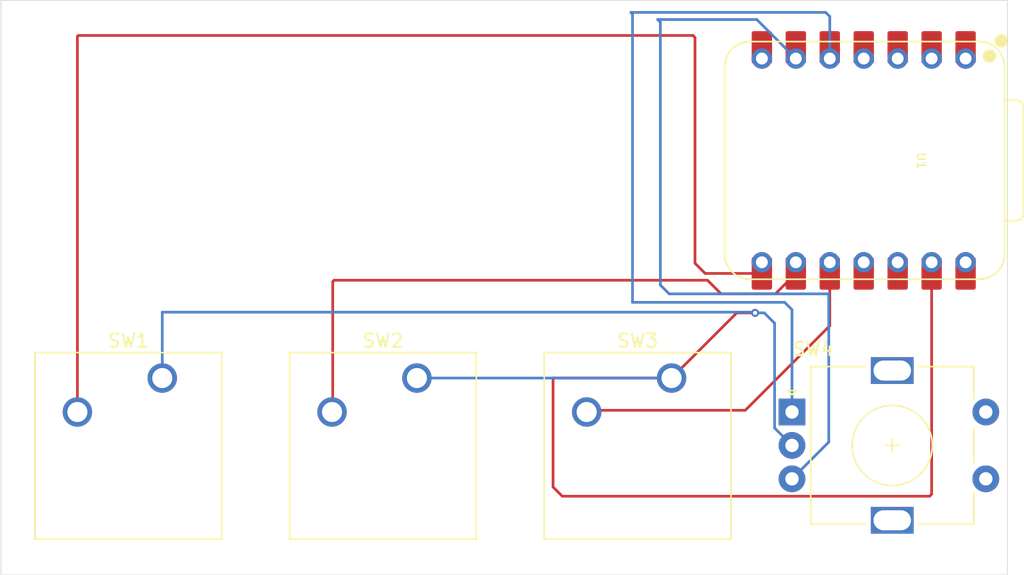
<source format=kicad_pcb>
(kicad_pcb (version 20241229) (generator "pcbnew") (generator_version "9.0")
  (layers (0 "F.Cu" signal) (2 "B.Cu" signal) (13 "F.Paste" user) (15 "B.Paste" user) (5 "F.SilkS" user "F.Silkscreen") (7 "B.SilkS" user "B.Silkscreen") (1 "F.Mask" user) (3 "B.Mask" user) (25 "Edge.Cuts" user))
  (net 0 "")
  (net 1 "+5V")
  (net 3 "GND")
  (net 4 "Net-(U1-GPIO6{slash}SDA)")
  (net 5 "Net-(U1-GPIO7{slash}SCL)")
  (net 6 "Net-(U1-GPIO1{slash}RX)")
  (net 7 "Net-(U1-GPIO2{slash}SCK)")
  (net 8 "Net-(U1-GPIO4{slash}MISO)")
  (footprint "Button_Switch_Keyboard:SW_Cherry_MX_1.00u_PCB" (layer "F.Cu") (at 154.94 99.695)
    (property "Reference" "SW3" (at -2.54 -2.794 0) (layer "F.SilkS"))
    (property "Value" "SW_Push")
    (fp_line (start -9.525 -1.905) (end 4.445 -1.905) (stroke (width 0.12)) (layer "F.SilkS"))
    (fp_line (start -9.525 12.065) (end -9.525 -1.905) (stroke (width 0.12)) (layer "F.SilkS"))
    (fp_line (start 4.445 -1.905) (end 4.445 12.065) (stroke (width 0.12)) (layer "F.SilkS"))
    (fp_line (start 4.445 12.065) (end -9.525 12.065) (stroke (width 0.12)) (layer "F.SilkS"))
    (pad "" np_thru_hole circle (at -7.62 5.08) (size 1.7 1.7) (drill 1.7) (layers "*.Cu" "*.Mask"))
    (pad "" np_thru_hole circle (at -2.54 5.08) (size 4 4) (drill 4) (layers "*.Cu" "*.Mask"))
    (pad "" np_thru_hole circle (at 2.54 5.08) (size 1.7 1.7) (drill 1.7) (layers "*.Cu" "*.Mask"))
    (pad "1" thru_hole circle (at 0 0) (size 2.2 2.2) (drill 1.5) (layers "*.Cu" "*.Mask") (net 3 "GND"))
    (pad "2" thru_hole circle (at -6.35 2.54) (size 2.2 2.2) (drill 1.5) (layers "*.Cu" "*.Mask") (net 8 "Net-(U1-GPIO4{slash}MISO)"))
  )
  (footprint "Rotary_Encoder:RotaryEncoder_Alps_EC11E-Switch_Vertical_H20mm" (layer "F.Cu") (at 163.95 102.235)
    (property "Reference" "SW4" (at 1.58125 -4.7 0) (layer "F.SilkS"))
    (property "Value" "RotaryEncoder")
    (fp_line (start -0.3 -1.6) (end 0.3 -1.6) (stroke (width 0.12)) (layer "F.SilkS"))
    (fp_line (start 0 -1.3) (end -0.3 -1.6) (stroke (width 0.12)) (layer "F.SilkS"))
    (fp_line (start 0.3 -1.6) (end 0 -1.3) (stroke (width 0.12)) (layer "F.SilkS"))
    (fp_line (start 1.4 -3.4) (end 1.4 8.4) (stroke (width 0.12)) (layer "F.SilkS"))
    (fp_line (start 5.5 -3.4) (end 1.4 -3.4) (stroke (width 0.12)) (layer "F.SilkS"))
    (fp_line (start 5.5 8.4) (end 1.4 8.4) (stroke (width 0.12)) (layer "F.SilkS"))
    (fp_line (start 7 2.5) (end 8 2.5) (stroke (width 0.12)) (layer "F.SilkS"))
    (fp_line (start 7.5 2) (end 7.5 3) (stroke (width 0.12)) (layer "F.SilkS"))
    (fp_line (start 9.5 -3.4) (end 13.6 -3.4) (stroke (width 0.12)) (layer "F.SilkS"))
    (fp_line (start 13.6 -3.4) (end 13.6 -1) (stroke (width 0.12)) (layer "F.SilkS"))
    (fp_line (start 13.6 1.2) (end 13.6 3.8) (stroke (width 0.12)) (layer "F.SilkS"))
    (fp_line (start 13.6 6) (end 13.6 8.4) (stroke (width 0.12)) (layer "F.SilkS"))
    (fp_line (start 13.6 8.4) (end 9.5 8.4) (stroke (width 0.12)) (layer "F.SilkS"))
    (fp_circle (center 7.5 2.5) (end 10.5 2.5) (stroke (width 0.12)) (fill no) (layer "F.SilkS"))
    (pad "A" thru_hole rect (at 0 0) (size 2 2) (drill 1) (layers "*.Cu" "*.Mask") (net 4 "Net-(U1-GPIO6{slash}SDA)"))
    (pad "B" thru_hole circle (at 0 5) (size 2 2) (drill 1) (layers "*.Cu" "*.Mask") (net 5 "Net-(U1-GPIO7{slash}SCL)"))
    (pad "C" thru_hole circle (at 0 2.5) (size 2 2) (drill 1) (layers "*.Cu" "*.Mask") (net 3 "GND"))
    (pad "MP" thru_hole rect (at 7.5 -3.1) (size 3.2 2) (drill oval 2.8 1.5) (layers "*.Cu" "*.Mask"))
    (pad "MP" thru_hole rect (at 7.5 8.1) (size 3.2 2) (drill oval 2.8 1.5) (layers "*.Cu" "*.Mask"))
    (pad "S1" thru_hole circle (at 14.5 5) (size 2 2) (drill 1) (layers "*.Cu" "*.Mask"))
    (pad "S2" thru_hole circle (at 14.5 0) (size 2 2) (drill 1) (layers "*.Cu" "*.Mask"))
  )
  (footprint "Button_Switch_Keyboard:SW_Cherry_MX_1.00u_PCB" (layer "F.Cu") (at 116.84 99.695)
    (property "Reference" "SW1" (at -2.54 -2.794 0) (layer "F.SilkS"))
    (property "Value" "SW_Push")
    (fp_line (start -9.525 -1.905) (end 4.445 -1.905) (stroke (width 0.12)) (layer "F.SilkS"))
    (fp_line (start -9.525 12.065) (end -9.525 -1.905) (stroke (width 0.12)) (layer "F.SilkS"))
    (fp_line (start 4.445 -1.905) (end 4.445 12.065) (stroke (width 0.12)) (layer "F.SilkS"))
    (fp_line (start 4.445 12.065) (end -9.525 12.065) (stroke (width 0.12)) (layer "F.SilkS"))
    (pad "" np_thru_hole circle (at -7.62 5.08) (size 1.7 1.7) (drill 1.7) (layers "*.Cu" "*.Mask"))
    (pad "" np_thru_hole circle (at -2.54 5.08) (size 4 4) (drill 4) (layers "*.Cu" "*.Mask"))
    (pad "" np_thru_hole circle (at 2.54 5.08) (size 1.7 1.7) (drill 1.7) (layers "*.Cu" "*.Mask"))
    (pad "1" thru_hole circle (at 0 0) (size 2.2 2.2) (drill 1.5) (layers "*.Cu" "*.Mask") (net 3 "GND"))
    (pad "2" thru_hole circle (at -6.35 2.54) (size 2.2 2.2) (drill 1.5) (layers "*.Cu" "*.Mask") (net 6 "Net-(U1-GPIO1{slash}RX)"))
  )
  (footprint "Button_Switch_Keyboard:SW_Cherry_MX_1.00u_PCB" (layer "F.Cu") (at 135.89 99.695)
    (property "Reference" "SW2" (at -2.54 -2.794 0) (layer "F.SilkS"))
    (property "Value" "SW_Push")
    (fp_line (start -9.525 -1.905) (end 4.445 -1.905) (stroke (width 0.12)) (layer "F.SilkS"))
    (fp_line (start -9.525 12.065) (end -9.525 -1.905) (stroke (width 0.12)) (layer "F.SilkS"))
    (fp_line (start 4.445 -1.905) (end 4.445 12.065) (stroke (width 0.12)) (layer "F.SilkS"))
    (fp_line (start 4.445 12.065) (end -9.525 12.065) (stroke (width 0.12)) (layer "F.SilkS"))
    (pad "" np_thru_hole circle (at -7.62 5.08) (size 1.7 1.7) (drill 1.7) (layers "*.Cu" "*.Mask"))
    (pad "" np_thru_hole circle (at -2.54 5.08) (size 4 4) (drill 4) (layers "*.Cu" "*.Mask"))
    (pad "" np_thru_hole circle (at 2.54 5.08) (size 1.7 1.7) (drill 1.7) (layers "*.Cu" "*.Mask"))
    (pad "1" thru_hole circle (at 0 0) (size 2.2 2.2) (drill 1.5) (layers "*.Cu" "*.Mask") (net 3 "GND"))
    (pad "2" thru_hole circle (at -6.35 2.54) (size 2.2 2.2) (drill 1.5) (layers "*.Cu" "*.Mask") (net 7 "Net-(U1-GPIO2{slash}SCK)"))
  )
  (footprint "OPL_HP:XIAO-RP2040-DIP" (layer "F.Cu") (at 169.3164 83.4136 -90)
    (property "Reference" "U1" (at 0.0254 -4.318 270) (layer "F.SilkS") (effects (font (size 0.635 0.635) (thickness 0.1016))))
    (property "Value" "XIAO-RP2040-DIP")
    (fp_line (start -6.985 10.414) (end 6.985 10.414) (stroke (width 0.127)) (layer "F.SilkS"))
    (fp_line (start -8.89 8.509) (end -8.89 -8.636) (stroke (width 0.127)) (layer "F.SilkS"))
    (fp_line (start 8.89 8.509) (end 8.89 -8.636) (stroke (width 0.127)) (layer "F.SilkS"))
    (fp_line (start -4.495 -10.541) (end -4.491272 -11.451272) (stroke (width 0.127)) (layer "F.SilkS"))
    (fp_line (start 6.985 -10.541) (end -6.985 -10.541) (stroke (width 0.1)) (layer "F.SilkS"))
    (fp_line (start 6.985 -10.541) (end -6.985 -10.541) (stroke (width 0.127)) (layer "F.SilkS"))
    (fp_line (start 4.504 -11.451) (end 4.504 -10.541) (stroke (width 0.127)) (layer "F.SilkS"))
    (fp_line (start -3.991272 -11.951) (end 4.004 -11.951) (stroke (width 0.127)) (layer "F.SilkS"))
    (fp_arc (start -6.985 10.414) (mid -8.332038 9.856038) (end -8.89 8.509) (stroke (width 0.127)) (layer "F.SilkS"))
    (fp_arc (start 8.89 8.509) (mid 8.332038 9.856038) (end 6.985 10.414) (stroke (width 0.127)) (layer "F.SilkS"))
    (fp_arc (start -8.89 -8.636) (mid -8.332038 -9.983038) (end -6.985 -10.541) (stroke (width 0.127)) (layer "F.SilkS"))
    (fp_arc (start 6.985 -10.541) (mid 8.332038 -9.983038) (end 8.89 -8.636) (stroke (width 0.127)) (layer "F.SilkS"))
    (fp_arc (start -4.491272 -11.451272) (mid -4.344728 -11.80464) (end -3.991272 -11.951) (stroke (width 0.127)) (layer "F.SilkS"))
    (fp_arc (start 4.004 -11.951) (mid 4.357553 -11.804553) (end 4.504 -11.451) (stroke (width 0.127)) (layer "F.SilkS"))
    (fp_circle (center -7.807 -9.42) (end -7.807 -9.674) (stroke (width 0.5)) (fill yes) (layer "F.SilkS"))
    (fp_circle (center -8.95 -10.3) (end -8.95 -10.554) (stroke (width 0.5)) (fill yes) (layer "F.SilkS"))
    (pad "1" smd roundrect (at -8.455 -7.62 90) (size 2.432 1.524) (layers "F.Cu" "F.Mask") (roundrect_rratio 0.1))
    (pad "1" thru_hole circle (at -7.62 -7.62 90) (size 1.524 1.524) (drill 0.889) (layers "*.Cu" "*.Mask"))
    (pad "2" smd roundrect (at -8.455 -5.08 90) (size 2.432 1.524) (layers "F.Cu" "F.Mask") (roundrect_rratio 0.1))
    (pad "2" thru_hole circle (at -7.62 -5.08 90) (size 1.524 1.524) (drill 0.889) (layers "*.Cu" "*.Mask"))
    (pad "3" smd roundrect (at -8.455 -2.54 90) (size 2.432 1.524) (layers "F.Cu" "F.Mask") (roundrect_rratio 0.1))
    (pad "3" thru_hole circle (at -7.62 -2.54 90) (size 1.524 1.524) (drill 0.889) (layers "*.Cu" "*.Mask"))
    (pad "4" smd roundrect (at -8.455 0 90) (size 2.432 1.524) (layers "F.Cu" "F.Mask") (roundrect_rratio 0.1))
    (pad "4" thru_hole circle (at -7.62 0 90) (size 1.524 1.524) (drill 0.889) (layers "*.Cu" "*.Mask"))
    (pad "5" smd roundrect (at -8.455 2.54 90) (size 2.432 1.524) (layers "F.Cu" "F.Mask") (roundrect_rratio 0.1) (net 4 "Net-(U1-GPIO6{slash}SDA)"))
    (pad "5" thru_hole circle (at -7.62 2.54 90) (size 1.524 1.524) (drill 0.889) (layers "*.Cu" "*.Mask") (net 4 "Net-(U1-GPIO6{slash}SDA)"))
    (pad "6" smd roundrect (at -8.455 5.08 90) (size 2.432 1.524) (layers "F.Cu" "F.Mask") (roundrect_rratio 0.1) (net 5 "Net-(U1-GPIO7{slash}SCL)"))
    (pad "6" thru_hole circle (at -7.62 5.08 90) (size 1.524 1.524) (drill 0.889) (layers "*.Cu" "*.Mask") (net 5 "Net-(U1-GPIO7{slash}SCL)"))
    (pad "7" smd roundrect (at -8.455 7.62 90) (size 2.432 1.524) (layers "F.Cu" "F.Mask") (roundrect_rratio 0.1))
    (pad "7" thru_hole circle (at -7.62 7.62 90) (size 1.524 1.524) (drill 0.889) (layers "*.Cu" "*.Mask"))
    (pad "8" thru_hole circle (at 7.62 7.62 270) (size 1.524 1.524) (drill 0.889) (layers "*.Cu" "*.Mask") (net 6 "Net-(U1-GPIO1{slash}RX)"))
    (pad "8" smd roundrect (at 8.455 7.62 270) (size 2.432 1.524) (layers "F.Cu" "F.Mask") (roundrect_rratio 0.1) (net 6 "Net-(U1-GPIO1{slash}RX)"))
    (pad "9" thru_hole circle (at 7.62 5.08 270) (size 1.524 1.524) (drill 0.889) (layers "*.Cu" "*.Mask") (net 7 "Net-(U1-GPIO2{slash}SCK)"))
    (pad "9" smd roundrect (at 8.455 5.08 270) (size 2.432 1.524) (layers "F.Cu" "F.Mask") (roundrect_rratio 0.1) (net 7 "Net-(U1-GPIO2{slash}SCK)"))
    (pad "10" thru_hole circle (at 7.62 2.54 270) (size 1.524 1.524) (drill 0.889) (layers "*.Cu" "*.Mask") (net 8 "Net-(U1-GPIO4{slash}MISO)"))
    (pad "10" smd roundrect (at 8.455 2.54 270) (size 2.432 1.524) (layers "F.Cu" "F.Mask") (roundrect_rratio 0.1) (net 8 "Net-(U1-GPIO4{slash}MISO)"))
    (pad "11" thru_hole circle (at 7.62 0 270) (size 1.524 1.524) (drill 0.889) (layers "*.Cu" "*.Mask"))
    (pad "11" smd roundrect (at 8.455 0 270) (size 2.432 1.524) (layers "F.Cu" "F.Mask") (roundrect_rratio 0.1))
    (pad "12" thru_hole circle (at 7.62 -2.54 270) (size 1.524 1.524) (drill 0.889) (layers "*.Cu" "*.Mask"))
    (pad "12" smd roundrect (at 8.455 -2.54 270) (size 2.432 1.524) (layers "F.Cu" "F.Mask") (roundrect_rratio 0.1))
    (pad "13" thru_hole circle (at 7.62 -5.08 270) (size 1.524 1.524) (drill 0.889) (layers "*.Cu" "*.Mask") (net 3 "GND"))
    (pad "13" smd roundrect (at 8.455 -5.08 270) (size 2.432 1.524) (layers "F.Cu" "F.Mask") (roundrect_rratio 0.1) (net 3 "GND"))
    (pad "14" thru_hole circle (at 7.62 -7.62 270) (size 1.524 1.524) (drill 0.889) (layers "*.Cu" "*.Mask") (net 1 "+5V"))
    (pad "14" smd roundrect (at 8.455 -7.62 270) (size 2.432 1.524) (layers "F.Cu" "F.Mask") (roundrect_rratio 0.1) (net 1 "+5V"))
  )
  (gr_rect (start 104.775 71.4375) (end 180.0606 114.427) (stroke (width 0.05)) (fill no) (layer "Edge.Cuts"))
  (segment (start 159.8168 94.8182) (end 161.1884 94.8182) (width 0.2) (layer "F.Cu") (net 3))
  (segment (start 146.0754 107.8484) (end 146.763 108.536) (width 0.2) (layer "F.Cu") (net 3))
  (segment (start 174.3964 108.3818) (end 174.3964 91.8686) (width 0.2) (layer "F.Cu") (net 3))
  (segment (start 146.763 108.536) (end 174.2422 108.536) (width 0.2) (layer "F.Cu") (net 3))
  (segment (start 174.2422 108.536) (end 174.3964 108.3818) (width 0.2) (layer "F.Cu") (net 3))
  (segment (start 154.94 99.695) (end 159.8168 94.8182) (width 0.2) (layer "F.Cu") (net 3))
  (segment (start 154.94 99.695) (end 146.0754 99.695) (width 0.2) (layer "F.Cu") (net 3))
  (segment (start 146.0754 99.695) (end 146.0754 107.8484) (width 0.2) (layer "F.Cu") (net 3))
  (via (at 161.1884 94.8182) (size 0.6) (drill 0.3) (layers "F.Cu" "B.Cu") (net 3))
  (segment (start 116.84 99.695) (end 116.84 94.8182) (width 0.2) (layer "B.Cu") (net 3))
  (segment (start 135.89 99.695) (end 154.94 99.695) (width 0.2) (layer "B.Cu") (net 3))
  (segment (start 161.1884 94.8182) (end 161.8744 94.8182) (width 0.2) (layer "B.Cu") (net 3))
  (segment (start 162.649 103.434) (end 163.95 104.735) (width 0.2) (layer "B.Cu") (net 3))
  (segment (start 162.649 95.5928) (end 162.649 103.434) (width 0.2) (layer "B.Cu") (net 3))
  (segment (start 161.8744 94.8182) (end 162.649 95.5928) (width 0.2) (layer "B.Cu") (net 3))
  (segment (start 116.84 94.7674) (end 161.1884 94.7674) (width 0.2) (layer "B.Cu") (net 3))
  (segment (start 116.84 94.8182) (end 116.84 94.7674) (width 0.2) (layer "B.Cu") (net 3))
  (segment (start 166.7764 72.644) (end 166.7764 75.7936) (width 0.2) (layer "B.Cu") (net 4))
  (segment (start 151.892 72.3392) (end 166.4716 72.3392) (width 0.2) (layer "B.Cu") (net 4))
  (segment (start 163.3982 94.0308) (end 152.019 94.0308) (width 0.2) (layer "B.Cu") (net 4))
  (segment (start 166.4716 72.3392) (end 166.7764 72.644) (width 0.2) (layer "B.Cu") (net 4))
  (segment (start 163.95 94.5826) (end 163.3982 94.0308) (width 0.2) (layer "B.Cu") (net 4))
  (segment (start 163.95 102.235) (end 163.95 94.5826) (width 0.2) (layer "B.Cu") (net 4))
  (segment (start 152.019 94.0308) (end 152.019 72.4662) (width 0.2) (layer "B.Cu") (net 4))
  (segment (start 152.019 72.4662) (end 151.892 72.3392) (width 0.2) (layer "B.Cu") (net 4))
  (segment (start 163.95 107.235) (end 166.7002 104.4848) (width 0.2) (layer "B.Cu") (net 5))
  (segment (start 154.1018 92.7354) (end 154.1018 73.0758) (width 0.2) (layer "B.Cu") (net 5))
  (segment (start 154.1018 73.0758) (end 153.8986 72.8726) (width 0.2) (layer "B.Cu") (net 5))
  (segment (start 166.7002 93.3958) (end 154.7622 93.3958) (width 0.2) (layer "B.Cu") (net 5))
  (segment (start 161.3154 72.8726) (end 164.2364 75.7936) (width 0.2) (layer "B.Cu") (net 5))
  (segment (start 166.7002 104.4848) (end 166.7002 93.3958) (width 0.2) (layer "B.Cu") (net 5))
  (segment (start 154.7622 93.3958) (end 154.1018 92.7354) (width 0.2) (layer "B.Cu") (net 5))
  (segment (start 153.8986 72.8726) (end 161.3154 72.8726) (width 0.2) (layer "B.Cu") (net 5))
  (segment (start 156.6926 91.1098) (end 157.4514 91.8686) (width 0.2) (layer "F.Cu") (net 6))
  (segment (start 110.49 102.235) (end 110.49 74.1426) (width 0.2) (layer "F.Cu") (net 6))
  (segment (start 110.5662 74.0664) (end 156.5402 74.0664) (width 0.2) (layer "F.Cu") (net 6))
  (segment (start 157.4514 91.8686) (end 161.6964 91.8686) (width 0.2) (layer "F.Cu") (net 6))
  (segment (start 156.6926 74.2188) (end 156.6926 91.1098) (width 0.2) (layer "F.Cu") (net 6))
  (segment (start 156.5402 74.0664) (end 156.6926 74.2188) (width 0.2) (layer "F.Cu") (net 6))
  (segment (start 110.49 74.1426) (end 110.5662 74.0664) (width 0.2) (layer "F.Cu") (net 6))
  (segment (start 129.54 102.235) (end 129.5654 102.235) (width 0.2) (layer "F.Cu") (net 7))
  (segment (start 162.7194 93.3856) (end 164.2364 91.8686) (width 0.2) (layer "F.Cu") (net 7))
  (segment (start 157.6324 92.3798) (end 158.6382 93.3856) (width 0.2) (layer "F.Cu") (net 7))
  (segment (start 129.5908 102.2604) (end 129.5908 92.4814) (width 0.2) (layer "F.Cu") (net 7))
  (segment (start 129.5908 92.4814) (end 129.6924 92.3798) (width 0.2) (layer "F.Cu") (net 7))
  (segment (start 129.5654 102.235) (end 129.5908 102.2604) (width 0.2) (layer "F.Cu") (net 7))
  (segment (start 158.6382 93.3856) (end 162.7194 93.3856) (width 0.2) (layer "F.Cu") (net 7))
  (segment (start 129.6924 92.3798) (end 157.6324 92.3798) (width 0.2) (layer "F.Cu") (net 7))
  (segment (start 160.4518 102.108) (end 166.7764 95.7834) (width 0.2) (layer "F.Cu") (net 8))
  (segment (start 166.7764 95.7834) (end 166.7764 91.8686) (width 0.2) (layer "F.Cu") (net 8))
  (segment (start 148.59 102.235) (end 148.717 102.108) (width 0.2) (layer "F.Cu") (net 8))
  (segment (start 148.717 102.108) (end 160.4518 102.108) (width 0.2) (layer "F.Cu") (net 8))
)
</source>
